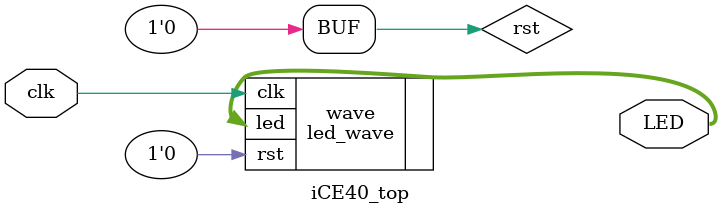
<source format=v>
module iCE40_top(
    // 12MHz clock input
    input clk,
    // Input from buttons (active low)
//    input [3:0]sw_n,
    // Outputs to the 8 onboard LEDs
    output[7:0]LED,
    );

wire rst = 1'b0;//~sw_n[3]; // make reset active high

led_wave #(.CTR_LEN(25)) wave(
    .rst(rst),
    .clk(clk),
    .led(LED)
  );  


endmodule

</source>
